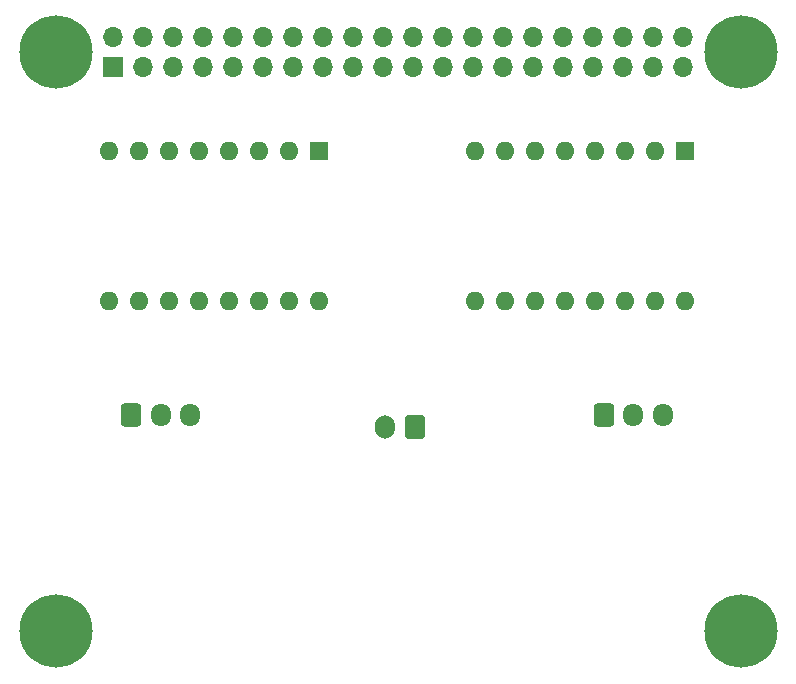
<source format=gts>
G04 #@! TF.GenerationSoftware,KiCad,Pcbnew,(6.0.4-0)*
G04 #@! TF.CreationDate,2022-04-11T19:30:25+03:00*
G04 #@! TF.ProjectId,rpi_motor_pcb,7270695f-6d6f-4746-9f72-5f7063622e6b,rev?*
G04 #@! TF.SameCoordinates,Original*
G04 #@! TF.FileFunction,Soldermask,Top*
G04 #@! TF.FilePolarity,Negative*
%FSLAX46Y46*%
G04 Gerber Fmt 4.6, Leading zero omitted, Abs format (unit mm)*
G04 Created by KiCad (PCBNEW (6.0.4-0)) date 2022-04-11 19:30:25*
%MOMM*%
%LPD*%
G01*
G04 APERTURE LIST*
G04 Aperture macros list*
%AMRoundRect*
0 Rectangle with rounded corners*
0 $1 Rounding radius*
0 $2 $3 $4 $5 $6 $7 $8 $9 X,Y pos of 4 corners*
0 Add a 4 corners polygon primitive as box body*
4,1,4,$2,$3,$4,$5,$6,$7,$8,$9,$2,$3,0*
0 Add four circle primitives for the rounded corners*
1,1,$1+$1,$2,$3*
1,1,$1+$1,$4,$5*
1,1,$1+$1,$6,$7*
1,1,$1+$1,$8,$9*
0 Add four rect primitives between the rounded corners*
20,1,$1+$1,$2,$3,$4,$5,0*
20,1,$1+$1,$4,$5,$6,$7,0*
20,1,$1+$1,$6,$7,$8,$9,0*
20,1,$1+$1,$8,$9,$2,$3,0*%
G04 Aperture macros list end*
%ADD10RoundRect,0.250000X-0.600000X-0.725000X0.600000X-0.725000X0.600000X0.725000X-0.600000X0.725000X0*%
%ADD11O,1.700000X1.950000*%
%ADD12RoundRect,0.250000X0.600000X0.750000X-0.600000X0.750000X-0.600000X-0.750000X0.600000X-0.750000X0*%
%ADD13O,1.700000X2.000000*%
%ADD14R,1.600000X1.600000*%
%ADD15O,1.600000X1.600000*%
%ADD16C,6.200000*%
%ADD17R,1.700000X1.700000*%
%ADD18O,1.700000X1.700000*%
G04 APERTURE END LIST*
D10*
G04 #@! TO.C,J3*
X38000000Y-60475000D03*
D11*
X40500000Y-60475000D03*
X43000000Y-60475000D03*
G04 #@! TD*
D12*
G04 #@! TO.C,J4*
X62000000Y-61500000D03*
D13*
X59500000Y-61500000D03*
G04 #@! TD*
D14*
G04 #@! TO.C,A2*
X84890000Y-38160000D03*
D15*
X82350000Y-38160000D03*
X79810000Y-38160000D03*
X77270000Y-38160000D03*
X74730000Y-38160000D03*
X72190000Y-38160000D03*
X69650000Y-38160000D03*
X67110000Y-38160000D03*
X67110000Y-50860000D03*
X69650000Y-50860000D03*
X72190000Y-50860000D03*
X74730000Y-50860000D03*
X77270000Y-50860000D03*
X79810000Y-50860000D03*
X82350000Y-50860000D03*
X84890000Y-50860000D03*
G04 #@! TD*
D16*
G04 #@! TO.C,*
X89600000Y-29800000D03*
G04 #@! TD*
G04 #@! TO.C,*
X31600000Y-78800000D03*
G04 #@! TD*
G04 #@! TO.C,*
X89600000Y-78800000D03*
G04 #@! TD*
D14*
G04 #@! TO.C,A1*
X53890000Y-38160000D03*
D15*
X51350000Y-38160000D03*
X48810000Y-38160000D03*
X46270000Y-38160000D03*
X43730000Y-38160000D03*
X41190000Y-38160000D03*
X38650000Y-38160000D03*
X36110000Y-38160000D03*
X36110000Y-50860000D03*
X38650000Y-50860000D03*
X41190000Y-50860000D03*
X43730000Y-50860000D03*
X46270000Y-50860000D03*
X48810000Y-50860000D03*
X51350000Y-50860000D03*
X53890000Y-50860000D03*
G04 #@! TD*
D16*
G04 #@! TO.C,*
X31600000Y-29800000D03*
G04 #@! TD*
D10*
G04 #@! TO.C,J2*
X78000000Y-60500000D03*
D11*
X80500000Y-60500000D03*
X83000000Y-60500000D03*
G04 #@! TD*
D17*
G04 #@! TO.C,J1*
X36500000Y-31000000D03*
D18*
X36500000Y-28460000D03*
X39040000Y-31000000D03*
X39040000Y-28460000D03*
X41580000Y-31000000D03*
X41580000Y-28460000D03*
X44120000Y-31000000D03*
X44120000Y-28460000D03*
X46660000Y-31000000D03*
X46660000Y-28460000D03*
X49200000Y-31000000D03*
X49200000Y-28460000D03*
X51740000Y-31000000D03*
X51740000Y-28460000D03*
X54280000Y-31000000D03*
X54280000Y-28460000D03*
X56820000Y-31000000D03*
X56820000Y-28460000D03*
X59360000Y-31000000D03*
X59360000Y-28460000D03*
X61900000Y-31000000D03*
X61900000Y-28460000D03*
X64440000Y-31000000D03*
X64440000Y-28460000D03*
X66980000Y-31000000D03*
X66980000Y-28460000D03*
X69520000Y-31000000D03*
X69520000Y-28460000D03*
X72060000Y-31000000D03*
X72060000Y-28460000D03*
X74600000Y-31000000D03*
X74600000Y-28460000D03*
X77140000Y-31000000D03*
X77140000Y-28460000D03*
X79680000Y-31000000D03*
X79680000Y-28460000D03*
X82220000Y-31000000D03*
X82220000Y-28460000D03*
X84760000Y-31000000D03*
X84760000Y-28460000D03*
G04 #@! TD*
M02*

</source>
